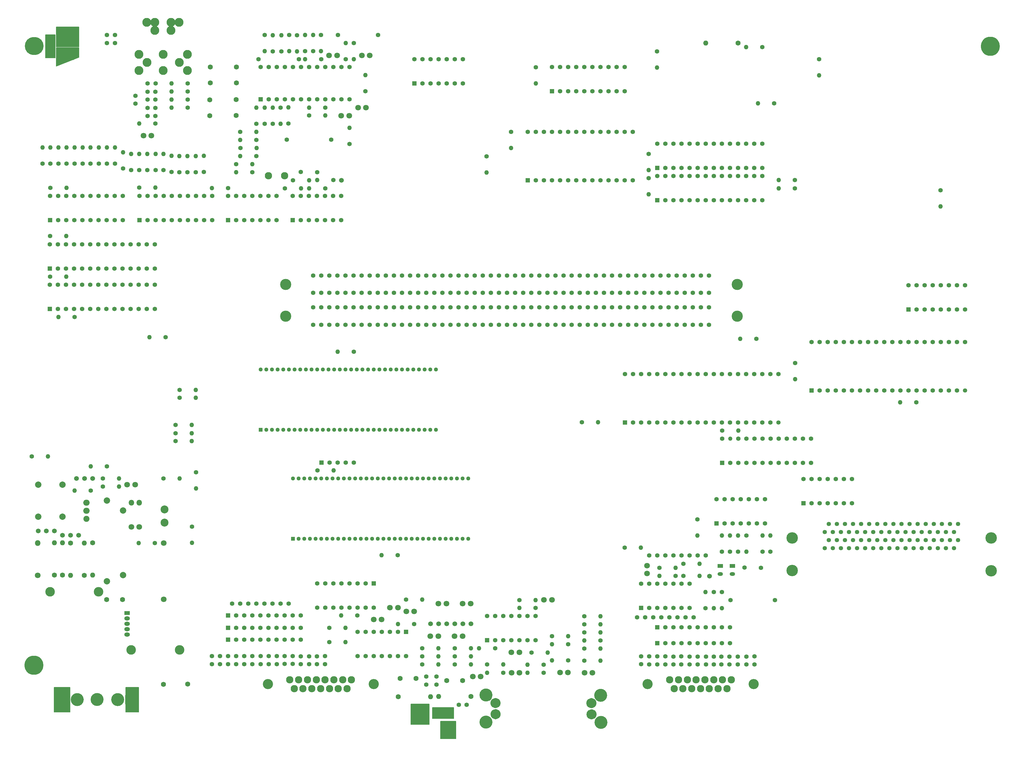
<source format=gbs>
G04 #@! TF.GenerationSoftware,KiCad,Pcbnew,8.0.5*
G04 #@! TF.CreationDate,2025-05-06T19:50:55+10:00*
G04 #@! TF.ProjectId,NeoGeoAES3_5,4e656f47-656f-4414-9553-335f352e6b69,BF1.4*
G04 #@! TF.SameCoordinates,Original*
G04 #@! TF.FileFunction,Soldermask,Bot*
G04 #@! TF.FilePolarity,Negative*
%FSLAX46Y46*%
G04 Gerber Fmt 4.6, Leading zero omitted, Abs format (unit mm)*
G04 Created by KiCad (PCBNEW 8.0.5) date 2025-05-06 19:50:55*
%MOMM*%
%LPD*%
G01*
G04 APERTURE LIST*
%ADD10C,0.200000*%
%ADD11C,0.150000*%
%ADD12C,2.056200*%
%ADD13C,1.599000*%
%ADD14C,2.058437*%
%ADD15C,1.400000*%
%ADD16O,1.400000X1.400000*%
%ADD17R,1.400000X1.400000*%
%ADD18C,3.000000*%
%ADD19C,1.600000*%
%ADD20O,1.600000X1.600000*%
%ADD21C,1.500000*%
%ADD22C,1.800000*%
%ADD23C,1.350000*%
%ADD24C,2.000000*%
%ADD25R,1.875396X2.889996*%
%ADD26O,5.900000X5.600000*%
%ADD27C,3.600000*%
%ADD28C,1.348000*%
%ADD29C,3.200000*%
%ADD30C,2.300000*%
%ADD31O,1.800000X1.800000*%
%ADD32O,6.000000X6.000000*%
%ADD33C,3.500000*%
%ADD34R,4.820000X1.840000*%
%ADD35R,4.000000X1.800000*%
%ADD36R,1.800000X4.000000*%
%ADD37C,1.905000*%
%ADD38O,2.000000X1.905000*%
%ADD39C,2.500000*%
%ADD40O,2.000000X2.400000*%
%ADD41O,2.400000X2.000000*%
%ADD42R,1.700000X1.200000*%
%ADD43O,1.700000X1.200000*%
%ADD44R,1.300000X1.300000*%
%ADD45O,1.300000X1.300000*%
%ADD46C,1.320000*%
%ADD47R,1.800000X1.275000*%
%ADD48O,1.800000X1.275000*%
%ADD49C,2.800000*%
G04 APERTURE END LIST*
D10*
X55295800Y-47472600D02*
X48158400Y-50292000D01*
X48158400Y-44500800D01*
X55295800Y-44500800D01*
X55295800Y-47472600D01*
G36*
X55295800Y-47472600D02*
G01*
X48158400Y-50292000D01*
X48158400Y-44500800D01*
X55295800Y-44500800D01*
X55295800Y-47472600D01*
G37*
D11*
X47523400Y-245693800D02*
X52451000Y-245693800D01*
X52451000Y-253542800D01*
X47523400Y-253542800D01*
X47523400Y-245693800D01*
G36*
X47523400Y-245693800D02*
G01*
X52451000Y-245693800D01*
X52451000Y-253542800D01*
X47523400Y-253542800D01*
X47523400Y-245693800D01*
G37*
D12*
X184314500Y-256667000D02*
G75*
G02*
X182258300Y-256667000I-1028100J0D01*
G01*
X182258300Y-256667000D02*
G75*
G02*
X184314500Y-256667000I1028100J0D01*
G01*
D11*
X70053200Y-245693800D02*
X74066400Y-245693800D01*
X74066400Y-253542800D01*
X70053200Y-253542800D01*
X70053200Y-245693800D01*
G36*
X70053200Y-245693800D02*
G01*
X74066400Y-245693800D01*
X74066400Y-253542800D01*
X70053200Y-253542800D01*
X70053200Y-245693800D01*
G37*
D12*
X184314500Y-248132600D02*
G75*
G02*
X182258300Y-248132600I-1028100J0D01*
G01*
X182258300Y-248132600D02*
G75*
G02*
X184314500Y-248132600I1028100J0D01*
G01*
D13*
X187083100Y-250672600D02*
G75*
G02*
X185484100Y-250672600I-799500J0D01*
G01*
X185484100Y-250672600D02*
G75*
G02*
X187083100Y-250672600I799500J0D01*
G01*
X217232900Y-250698000D02*
G75*
G02*
X215633900Y-250698000I-799500J0D01*
G01*
X215633900Y-250698000D02*
G75*
G02*
X217232900Y-250698000I799500J0D01*
G01*
D12*
X220478100Y-256760000D02*
G75*
G02*
X218421900Y-256760000I-1028100J0D01*
G01*
X218421900Y-256760000D02*
G75*
G02*
X220478100Y-256760000I1028100J0D01*
G01*
D14*
X62037381Y-249555000D02*
G75*
G02*
X59978945Y-249555000I-1029218J0D01*
G01*
X59978945Y-249555000D02*
G75*
G02*
X62037381Y-249555000I1029218J0D01*
G01*
D12*
X220382500Y-248234200D02*
G75*
G02*
X218326300Y-248234200I-1028100J0D01*
G01*
X218326300Y-248234200D02*
G75*
G02*
X220382500Y-248234200I1028100J0D01*
G01*
D11*
X159664400Y-250977400D02*
X165455600Y-250977400D01*
X165455600Y-257403600D01*
X159664400Y-257403600D01*
X159664400Y-250977400D01*
G36*
X159664400Y-250977400D02*
G01*
X165455600Y-250977400D01*
X165455600Y-257403600D01*
X159664400Y-257403600D01*
X159664400Y-250977400D01*
G37*
D14*
X68514381Y-249580400D02*
G75*
G02*
X66455945Y-249580400I-1029218J0D01*
G01*
X66455945Y-249580400D02*
G75*
G02*
X68514381Y-249580400I1029218J0D01*
G01*
X55788981Y-249580400D02*
G75*
G02*
X53730545Y-249580400I-1029218J0D01*
G01*
X53730545Y-249580400D02*
G75*
G02*
X55788981Y-249580400I1029218J0D01*
G01*
D13*
X187108500Y-254177800D02*
G75*
G02*
X185509500Y-254177800I-799500J0D01*
G01*
X185509500Y-254177800D02*
G75*
G02*
X187108500Y-254177800I799500J0D01*
G01*
D10*
X168960800Y-256362200D02*
X173812200Y-256362200D01*
X173812200Y-261874000D01*
X168960800Y-261874000D01*
X168960800Y-256362200D01*
G36*
X168960800Y-256362200D02*
G01*
X173812200Y-256362200D01*
X173812200Y-261874000D01*
X168960800Y-261874000D01*
X168960800Y-256362200D01*
G37*
D13*
X217283700Y-254228600D02*
G75*
G02*
X215684700Y-254228600I-799500J0D01*
G01*
X215684700Y-254228600D02*
G75*
G02*
X217283700Y-254228600I799500J0D01*
G01*
D10*
X48158400Y-37922200D02*
X55270400Y-37922200D01*
X55270400Y-44221400D01*
X48158400Y-44221400D01*
X48158400Y-37922200D01*
G36*
X48158400Y-37922200D02*
G01*
X55270400Y-37922200D01*
X55270400Y-44221400D01*
X48158400Y-44221400D01*
X48158400Y-37922200D01*
G37*
X44805600Y-40411400D02*
X47853600Y-40411400D01*
X47853600Y-47675800D01*
X44805600Y-47675800D01*
X44805600Y-40411400D01*
G36*
X44805600Y-40411400D02*
G01*
X47853600Y-40411400D01*
X47853600Y-47675800D01*
X44805600Y-47675800D01*
X44805600Y-40411400D01*
G37*
X166420800Y-252044200D02*
X173151800Y-252044200D01*
X173151800Y-255574800D01*
X166420800Y-255574800D01*
X166420800Y-252044200D01*
G36*
X166420800Y-252044200D02*
G01*
X173151800Y-252044200D01*
X173151800Y-255574800D01*
X166420800Y-255574800D01*
X166420800Y-252044200D01*
G37*
D15*
G04 #@! TO.C,R56*
X139200000Y-48127500D03*
D16*
X139200000Y-43047500D03*
G04 #@! TD*
D15*
G04 #@! TO.C,R55*
X131447500Y-48140000D03*
D16*
X126367500Y-48140000D03*
G04 #@! TD*
D15*
G04 #@! TO.C,R302*
X198887500Y-220780000D03*
D16*
X193807500Y-220780000D03*
G04 #@! TD*
D15*
G04 #@! TO.C,R13*
X64130000Y-80970000D03*
D16*
X64130000Y-75890000D03*
G04 #@! TD*
D15*
G04 #@! TO.C,C124*
X92137500Y-178090000D03*
D16*
X92137500Y-183170000D03*
G04 #@! TD*
D17*
G04 #@! TO.C,CR2*
X237190000Y-231850000D03*
D15*
X239730000Y-231850000D03*
X242270000Y-231850000D03*
X244810000Y-231850000D03*
X247350000Y-231850000D03*
X249890000Y-231850000D03*
X252430000Y-231850000D03*
X254970000Y-231850000D03*
X257510000Y-231850000D03*
X260050000Y-231850000D03*
G04 #@! TD*
G04 #@! TO.C,R32*
X158122500Y-218140000D03*
D16*
X163202500Y-218140000D03*
G04 #@! TD*
D15*
G04 #@! TO.C,R45*
X197652500Y-234770000D03*
D16*
X202732500Y-234770000D03*
G04 #@! TD*
D17*
G04 #@! TO.C,U19*
X237140000Y-82280000D03*
D15*
X239680000Y-82280000D03*
X242220000Y-82280000D03*
X244760000Y-82280000D03*
X247300000Y-82280000D03*
X249840000Y-82280000D03*
X252380000Y-82280000D03*
X254920000Y-82280000D03*
X257460000Y-82280000D03*
X260000000Y-82280000D03*
X262540000Y-82280000D03*
X265080000Y-82280000D03*
X267620000Y-82280000D03*
X270160000Y-82280000D03*
X270160000Y-74660000D03*
X267620000Y-74660000D03*
X265080000Y-74660000D03*
X262540000Y-74660000D03*
X260000000Y-74660000D03*
X257460000Y-74660000D03*
X254920000Y-74660000D03*
X252380000Y-74660000D03*
X249840000Y-74660000D03*
X247300000Y-74660000D03*
X244760000Y-74660000D03*
X242220000Y-74660000D03*
X239680000Y-74660000D03*
X237140000Y-74660000D03*
G04 #@! TD*
G04 #@! TO.C,BF27*
X267742500Y-238515000D03*
X267742500Y-236015000D03*
G04 #@! TD*
G04 #@! TO.C,R30*
X268317500Y-136050000D03*
D16*
X263237500Y-136050000D03*
G04 #@! TD*
D15*
G04 #@! TO.C,R53*
X141690000Y-43050000D03*
D16*
X141690000Y-48130000D03*
G04 #@! TD*
D18*
G04 #@! TO.C,D1*
X61510000Y-215620000D03*
X46270000Y-215620000D03*
G04 #@! TD*
D19*
G04 #@! TO.C,R79*
X52650000Y-200310000D03*
D20*
X52650000Y-210470000D03*
G04 #@! TD*
D15*
G04 #@! TO.C,R402*
X163260000Y-235980000D03*
D16*
X168340000Y-235980000D03*
G04 #@! TD*
D21*
G04 #@! TO.C,Q11*
X50130000Y-197850000D03*
X52670000Y-197850000D03*
X55210000Y-197850000D03*
G04 #@! TD*
D15*
G04 #@! TO.C,R401*
X163260000Y-238540000D03*
D16*
X168340000Y-238540000D03*
G04 #@! TD*
D17*
G04 #@! TO.C,U9*
X74305000Y-98750000D03*
D15*
X76845000Y-98750000D03*
X79385000Y-98750000D03*
X81925000Y-98750000D03*
X84465000Y-98750000D03*
X87005000Y-98750000D03*
X89545000Y-98750000D03*
X92085000Y-98750000D03*
X94625000Y-98750000D03*
X97165000Y-98750000D03*
X97165000Y-91130000D03*
X94625000Y-91130000D03*
X92085000Y-91130000D03*
X89545000Y-91130000D03*
X87005000Y-91130000D03*
X84465000Y-91130000D03*
X81925000Y-91130000D03*
X79385000Y-91130000D03*
X76845000Y-91130000D03*
X74305000Y-91130000D03*
G04 #@! TD*
G04 #@! TO.C,C44*
X59029600Y-183788300D03*
D16*
X53949600Y-183788300D03*
G04 #@! TD*
D21*
G04 #@! TO.C,U14*
X54490000Y-179980000D03*
X59570000Y-179980000D03*
X57030000Y-179980000D03*
G04 #@! TD*
D22*
G04 #@! TO.C,C2*
X153080000Y-220660000D03*
X155580000Y-220660000D03*
G04 #@! TD*
D15*
G04 #@! TO.C,BF53*
X79350000Y-60770000D03*
X76850000Y-60770000D03*
G04 #@! TD*
D17*
G04 #@! TO.C,U36*
X285655000Y-152295000D03*
D15*
X288195000Y-152295000D03*
X290735000Y-152295000D03*
X293275000Y-152295000D03*
X295815000Y-152295000D03*
X298355000Y-152295000D03*
X300895000Y-152295000D03*
X303435000Y-152295000D03*
X305975000Y-152295000D03*
X308515000Y-152295000D03*
X311055000Y-152295000D03*
X313595000Y-152295000D03*
X316135000Y-152295000D03*
X318675000Y-152295000D03*
X321215000Y-152295000D03*
X323755000Y-152295000D03*
X326295000Y-152295000D03*
X328835000Y-152295000D03*
X331375000Y-152295000D03*
D23*
X333915000Y-152295000D03*
D15*
X333915000Y-137055000D03*
X331375000Y-137055000D03*
X328835000Y-137055000D03*
X326295000Y-137055000D03*
X323755000Y-137055000D03*
X321215000Y-137055000D03*
X318675000Y-137055000D03*
X316135000Y-137055000D03*
X313595000Y-137055000D03*
X311055000Y-137055000D03*
X308515000Y-137055000D03*
X305975000Y-137055000D03*
X303435000Y-137055000D03*
X300895000Y-137055000D03*
X298355000Y-137055000D03*
X295815000Y-137055000D03*
X293275000Y-137055000D03*
X290735000Y-137055000D03*
X288195000Y-137055000D03*
X285655000Y-137055000D03*
G04 #@! TD*
G04 #@! TO.C,R12*
X76820000Y-83020000D03*
D16*
X76820000Y-77940000D03*
G04 #@! TD*
D15*
G04 #@! TO.C,R42*
X209110000Y-232190000D03*
D16*
X204030000Y-232190000D03*
G04 #@! TD*
D15*
G04 #@! TO.C,R14*
X61530000Y-80970000D03*
D16*
X61530000Y-75890000D03*
G04 #@! TD*
D15*
G04 #@! TO.C,R49*
X188750000Y-241120000D03*
D16*
X183670000Y-241120000D03*
G04 #@! TD*
D15*
G04 #@! TO.C,R20*
X66630000Y-80970000D03*
D16*
X66630000Y-75890000D03*
G04 #@! TD*
D22*
G04 #@! TO.C,C113*
X147990000Y-224410000D03*
X150490000Y-224410000D03*
G04 #@! TD*
D15*
G04 #@! TO.C,R36*
X214230000Y-223400000D03*
D16*
X219310000Y-223400000D03*
G04 #@! TD*
D17*
G04 #@! TO.C,U38*
X283090000Y-187790000D03*
D15*
X285630000Y-187790000D03*
X288170000Y-187790000D03*
X290710000Y-187790000D03*
X293250000Y-187790000D03*
X295790000Y-187790000D03*
X298330000Y-187790000D03*
X298330000Y-180170000D03*
X295790000Y-180170000D03*
X293250000Y-180170000D03*
X290710000Y-180170000D03*
X288170000Y-180170000D03*
X285630000Y-180170000D03*
X283090000Y-180170000D03*
G04 #@! TD*
G04 #@! TO.C,BF23*
X104707500Y-235925000D03*
X104707500Y-238425000D03*
G04 #@! TD*
G04 #@! TO.C,C65*
X132740400Y-88747600D03*
D16*
X127660400Y-88747600D03*
G04 #@! TD*
D15*
G04 #@! TO.C,R46*
X201430000Y-241120000D03*
D16*
X196350000Y-241120000D03*
G04 #@! TD*
D17*
G04 #@! TO.C,U24*
X227020000Y-162400000D03*
D15*
X229560000Y-162400000D03*
X232100000Y-162400000D03*
X234640000Y-162400000D03*
X237180000Y-162400000D03*
X239720000Y-162400000D03*
X242260000Y-162400000D03*
X244800000Y-162400000D03*
X247340000Y-162400000D03*
X249880000Y-162400000D03*
X252420000Y-162400000D03*
X254960000Y-162400000D03*
X257500000Y-162400000D03*
X260040000Y-162400000D03*
X262580000Y-162400000D03*
X265120000Y-162400000D03*
X267660000Y-162400000D03*
X270200000Y-162400000D03*
X272740000Y-162400000D03*
D23*
X275280000Y-162400000D03*
D15*
X275280000Y-147160000D03*
X272740000Y-147160000D03*
X270200000Y-147160000D03*
X267660000Y-147160000D03*
X265120000Y-147160000D03*
X262580000Y-147160000D03*
X260040000Y-147160000D03*
X257500000Y-147160000D03*
X254960000Y-147160000D03*
X252420000Y-147160000D03*
X249880000Y-147160000D03*
X247340000Y-147160000D03*
X244800000Y-147160000D03*
X242260000Y-147160000D03*
X239720000Y-147160000D03*
X237180000Y-147160000D03*
X234640000Y-147160000D03*
X232100000Y-147160000D03*
X229560000Y-147160000D03*
X227020000Y-147160000D03*
G04 #@! TD*
D21*
G04 #@! TO.C,Q102*
X173520000Y-225732500D03*
X176060000Y-225732500D03*
X178600000Y-225732500D03*
G04 #@! TD*
D17*
G04 #@! TO.C,U7*
X46150000Y-114010000D03*
D15*
X48690000Y-114010000D03*
X51230000Y-114010000D03*
X53770000Y-114010000D03*
X56310000Y-114010000D03*
X58850000Y-114010000D03*
X61390000Y-114010000D03*
X63930000Y-114010000D03*
X66470000Y-114010000D03*
X69010000Y-114010000D03*
X71550000Y-114010000D03*
X74090000Y-114010000D03*
X76630000Y-114010000D03*
X79170000Y-114010000D03*
X79170000Y-106390000D03*
X76630000Y-106390000D03*
X74090000Y-106390000D03*
X71550000Y-106390000D03*
X69010000Y-106390000D03*
X66470000Y-106390000D03*
X63930000Y-106390000D03*
X61390000Y-106390000D03*
X58850000Y-106390000D03*
X56310000Y-106390000D03*
X53770000Y-106390000D03*
X51230000Y-106390000D03*
X48690000Y-106390000D03*
X46150000Y-106390000D03*
G04 #@! TD*
D17*
G04 #@! TO.C,U15*
X204060000Y-58160000D03*
D15*
X206600000Y-58160000D03*
X209140000Y-58160000D03*
X211680000Y-58160000D03*
X214220000Y-58160000D03*
X216760000Y-58160000D03*
X219300000Y-58160000D03*
X221840000Y-58160000D03*
X224380000Y-58160000D03*
X226920000Y-58160000D03*
X226920000Y-50540000D03*
X224380000Y-50540000D03*
X221840000Y-50540000D03*
X219300000Y-50540000D03*
X216760000Y-50540000D03*
X214220000Y-50540000D03*
X211680000Y-50540000D03*
X209140000Y-50540000D03*
X206600000Y-50540000D03*
X204060000Y-50540000D03*
G04 #@! TD*
G04 #@! TO.C,BF31*
X64090000Y-43010000D03*
X64090000Y-40510000D03*
G04 #@! TD*
D24*
G04 #@! TO.C,SW2*
X53750000Y-249650000D03*
X61000000Y-249650000D03*
X68260000Y-249640000D03*
D25*
X51420000Y-249650000D03*
X70820000Y-249640000D03*
G04 #@! TD*
D15*
G04 #@! TO.C,BF11*
X114950000Y-235900000D03*
X114950000Y-238400000D03*
G04 #@! TD*
G04 #@! TO.C,C50*
X262572500Y-203030000D03*
D16*
X262572500Y-197950000D03*
G04 #@! TD*
D26*
G04 #@! TO.C,H16*
X41198800Y-43967400D03*
G04 #@! TD*
D22*
G04 #@! TO.C,C8*
X173420000Y-229650000D03*
X175920000Y-229650000D03*
G04 #@! TD*
D15*
G04 #@! TO.C,R74*
X242900200Y-210642200D03*
D16*
X237820200Y-210642200D03*
G04 #@! TD*
D27*
G04 #@! TO.C,CN6*
X279600000Y-209010000D03*
X279610000Y-198750000D03*
X342130000Y-198760000D03*
X342130000Y-209030000D03*
D28*
X289820000Y-196880000D03*
X291090000Y-194340000D03*
X292360000Y-196880000D03*
X293630000Y-194340000D03*
X294900000Y-196880000D03*
X296170000Y-194340000D03*
X297440000Y-196880000D03*
X298710000Y-194340000D03*
X299980000Y-196880000D03*
X301250000Y-194340000D03*
X302520000Y-196880000D03*
X303790000Y-194340000D03*
X305060000Y-196880000D03*
X306330000Y-194340000D03*
X307600000Y-196880000D03*
X308870000Y-194340000D03*
X310140000Y-196880000D03*
X311410000Y-194340000D03*
X312680000Y-196880000D03*
X313950000Y-194340000D03*
X315220000Y-196880000D03*
X316490000Y-194340000D03*
X317760000Y-196880000D03*
X319030000Y-194340000D03*
X320300000Y-196880000D03*
X321570000Y-194340000D03*
X322840000Y-196880000D03*
X324110000Y-194340000D03*
X325380000Y-196880000D03*
X326650000Y-194340000D03*
X327920000Y-196880000D03*
X329190000Y-194340000D03*
X330460000Y-196880000D03*
X331730000Y-194340000D03*
X289820000Y-201960000D03*
X291090000Y-199420000D03*
X292360000Y-201960000D03*
X293630000Y-199420000D03*
X294900000Y-201960000D03*
X296170000Y-199420000D03*
X297440000Y-201960000D03*
X298710000Y-199420000D03*
X299980000Y-201960000D03*
X301250000Y-199420000D03*
X302520000Y-201960000D03*
X303790000Y-199420000D03*
X305060000Y-201960000D03*
X306330000Y-199420000D03*
X307600000Y-201960000D03*
X308870000Y-199420000D03*
X310140000Y-201960000D03*
X311410000Y-199420000D03*
X312680000Y-201960000D03*
X313950000Y-199420000D03*
X315220000Y-201960000D03*
X316490000Y-199420000D03*
X317760000Y-201960000D03*
X319030000Y-199420000D03*
X320300000Y-201960000D03*
X321570000Y-199420000D03*
X322840000Y-201960000D03*
X324110000Y-199420000D03*
X325380000Y-201960000D03*
X326650000Y-199420000D03*
X327920000Y-201960000D03*
X329190000Y-199420000D03*
X330460000Y-201960000D03*
X331730000Y-199420000D03*
G04 #@! TD*
D17*
G04 #@! TO.C,U12*
X232080000Y-220730000D03*
D15*
X234620000Y-220730000D03*
X237160000Y-220730000D03*
X239700000Y-220730000D03*
X242240000Y-220730000D03*
X244780000Y-220730000D03*
X247320000Y-220730000D03*
X247320000Y-213110000D03*
X244780000Y-213110000D03*
X242240000Y-213110000D03*
X239700000Y-213110000D03*
X237160000Y-213110000D03*
X234620000Y-213110000D03*
X232080000Y-213110000D03*
G04 #@! TD*
G04 #@! TO.C,C116*
X237100000Y-45620000D03*
D16*
X237100000Y-50700000D03*
G04 #@! TD*
D15*
G04 #@! TO.C,C58*
X86950000Y-154652500D03*
D16*
X92030000Y-154652500D03*
G04 #@! TD*
D17*
G04 #@! TO.C,CR4*
X102200000Y-227000000D03*
D15*
X104740000Y-227000000D03*
X107280000Y-227000000D03*
X109820000Y-227000000D03*
X112360000Y-227000000D03*
X114900000Y-227000000D03*
X117440000Y-227000000D03*
X119980000Y-227000000D03*
X122520000Y-227000000D03*
X125060000Y-227000000D03*
G04 #@! TD*
D17*
G04 #@! TO.C,U29*
X183610000Y-230860000D03*
D15*
X186150000Y-230860000D03*
X188690000Y-230860000D03*
X191230000Y-230860000D03*
X193770000Y-230860000D03*
X196310000Y-230860000D03*
X198850000Y-230860000D03*
X198850000Y-223240000D03*
X196310000Y-223240000D03*
X193770000Y-223240000D03*
X191230000Y-223240000D03*
X188690000Y-223240000D03*
X186150000Y-223240000D03*
X183610000Y-223240000D03*
G04 #@! TD*
G04 #@! TO.C,BF29*
X97130000Y-238410000D03*
X97130000Y-235910000D03*
G04 #@! TD*
D19*
G04 #@! TO.C,C37*
X104800000Y-50545000D03*
X104800000Y-55545000D03*
G04 #@! TD*
D15*
G04 #@! TO.C,R301*
X160660000Y-225830000D03*
D16*
X155580000Y-225830000D03*
G04 #@! TD*
D15*
G04 #@! TO.C,BF4*
X112397500Y-235905000D03*
X112397500Y-238405000D03*
G04 #@! TD*
D22*
G04 #@! TO.C,C301*
X158210000Y-221855000D03*
X160710000Y-221855000D03*
G04 #@! TD*
D15*
G04 #@! TO.C,U39*
X234594400Y-204260000D03*
X237134400Y-204260000D03*
X239674400Y-204260000D03*
X242214400Y-204260000D03*
X244754400Y-204260000D03*
X247294400Y-204260000D03*
X249834400Y-204260000D03*
X252374400Y-204260000D03*
G04 #@! TD*
G04 #@! TO.C,C31*
X131410000Y-40520000D03*
D16*
X131410000Y-45600000D03*
G04 #@! TD*
D15*
G04 #@! TO.C,BF18*
X254900000Y-236060000D03*
X254900000Y-238560000D03*
G04 #@! TD*
D17*
G04 #@! TO.C,U16*
X196440000Y-86210000D03*
D15*
X198980000Y-86210000D03*
X201520000Y-86210000D03*
X204060000Y-86210000D03*
X206600000Y-86210000D03*
X209140000Y-86210000D03*
X211680000Y-86210000D03*
X214220000Y-86210000D03*
X216760000Y-86210000D03*
X219300000Y-86210000D03*
X221840000Y-86210000D03*
X224380000Y-86210000D03*
X226920000Y-86210000D03*
X229460000Y-86210000D03*
X229460000Y-70970000D03*
X226920000Y-70970000D03*
X224380000Y-70970000D03*
X221840000Y-70970000D03*
X219300000Y-70970000D03*
X216760000Y-70970000D03*
X214220000Y-70970000D03*
X211680000Y-70970000D03*
X209140000Y-70970000D03*
X206600000Y-70970000D03*
X204060000Y-70970000D03*
X201520000Y-70970000D03*
X198980000Y-70970000D03*
X196440000Y-70970000D03*
G04 #@! TD*
D19*
G04 #@! TO.C,R80*
X50120000Y-210440000D03*
D20*
X50120000Y-200280000D03*
G04 #@! TD*
D15*
G04 #@! TO.C,R75*
X140390000Y-74737500D03*
D16*
X140390000Y-69657500D03*
G04 #@! TD*
D15*
G04 #@! TO.C,C106*
X46200000Y-103762500D03*
D16*
X51280000Y-103762500D03*
G04 #@! TD*
D22*
G04 #@! TO.C,C11*
X179140000Y-242340000D03*
X181640000Y-242340000D03*
G04 #@! TD*
D17*
G04 #@! TO.C,U32*
X112430000Y-60710000D03*
D15*
X114970000Y-60710000D03*
X117510000Y-60710000D03*
X120050000Y-60710000D03*
X122590000Y-60710000D03*
X125130000Y-60710000D03*
X127670000Y-60710000D03*
X130210000Y-60710000D03*
X132750000Y-60710000D03*
X135290000Y-60710000D03*
X137830000Y-60710000D03*
X140370000Y-60710000D03*
X140370000Y-50550000D03*
X137830000Y-50550000D03*
X135290000Y-50550000D03*
X132750000Y-50550000D03*
X130210000Y-50550000D03*
X127670000Y-50550000D03*
X125130000Y-50550000D03*
X122590000Y-50550000D03*
X120050000Y-50550000D03*
X117510000Y-50550000D03*
X114970000Y-50550000D03*
X112430000Y-50550000D03*
G04 #@! TD*
G04 #@! TO.C,BF302*
X167750000Y-242341400D03*
X167750000Y-244841400D03*
G04 #@! TD*
G04 #@! TO.C,C102*
X191207500Y-70990000D03*
D16*
X191207500Y-76070000D03*
G04 #@! TD*
D29*
G04 #@! TO.C,CN2*
X234130000Y-244712000D03*
X267430000Y-244712000D03*
D30*
X260450000Y-243332000D03*
X257680000Y-243332000D03*
X254910000Y-243332000D03*
X252140000Y-243332000D03*
X249370000Y-243332000D03*
X246600000Y-243332000D03*
X243830000Y-243332000D03*
X241060000Y-243332000D03*
X259065000Y-246172000D03*
X256295000Y-246172000D03*
X253525000Y-246172000D03*
X250755000Y-246172000D03*
X247985000Y-246172000D03*
X245215000Y-246172000D03*
X242445000Y-246172000D03*
G04 #@! TD*
D15*
G04 #@! TO.C,BF24*
X239667500Y-236015000D03*
X239667500Y-238515000D03*
G04 #@! TD*
G04 #@! TO.C,R5*
X69150000Y-82437500D03*
D16*
X69150000Y-77357500D03*
G04 #@! TD*
D15*
G04 #@! TO.C,BF21*
X99647500Y-235925000D03*
X99647500Y-238425000D03*
G04 #@! TD*
D22*
G04 #@! TO.C,D11*
X71755000Y-195224400D03*
D31*
X71755000Y-187604400D03*
G04 #@! TD*
D15*
G04 #@! TO.C,R21*
X92000000Y-83627500D03*
D16*
X92000000Y-78547500D03*
G04 #@! TD*
D24*
G04 #@! TO.C,R83*
X69180000Y-190110000D03*
X69210000Y-210440000D03*
G04 #@! TD*
D32*
G04 #@! TO.C,H17*
X341853800Y-44018200D03*
G04 #@! TD*
D15*
G04 #@! TO.C,C104*
X64080000Y-176207500D03*
D16*
X59000000Y-176207500D03*
G04 #@! TD*
D15*
G04 #@! TO.C,R62*
X89527500Y-63380000D03*
D16*
X84447500Y-63380000D03*
G04 #@! TD*
D22*
G04 #@! TO.C,C7*
X165780000Y-229650000D03*
X168280000Y-229650000D03*
G04 #@! TD*
D15*
G04 #@! TO.C,R68*
X245351300Y-210667600D03*
D16*
X250431300Y-210667600D03*
G04 #@! TD*
D15*
G04 #@! TO.C,C114*
X155560000Y-204137500D03*
D16*
X150480000Y-204137500D03*
G04 #@! TD*
D22*
G04 #@! TO.C,C25*
X206580000Y-241070000D03*
X209080000Y-241070000D03*
G04 #@! TD*
D15*
G04 #@! TO.C,BF8*
X130110000Y-235960000D03*
X130110000Y-238460000D03*
G04 #@! TD*
D19*
G04 #@! TO.C,R81*
X59600000Y-200240000D03*
D20*
X59600000Y-210400000D03*
G04 #@! TD*
D15*
G04 #@! TO.C,PAL1*
X273880000Y-61960000D03*
D16*
X268800000Y-61960000D03*
G04 #@! TD*
D15*
G04 #@! TO.C,C22*
X214190000Y-237332500D03*
D16*
X219270000Y-237332500D03*
G04 #@! TD*
D15*
G04 #@! TO.C,C64*
X257452500Y-203022200D03*
D16*
X257452500Y-197942200D03*
G04 #@! TD*
D15*
G04 #@! TO.C,C53*
X270230000Y-203070000D03*
D16*
X270230000Y-197990000D03*
G04 #@! TD*
D15*
G04 #@! TO.C,R71*
X245351300Y-206883000D03*
D16*
X250431300Y-206883000D03*
G04 #@! TD*
D22*
G04 #@! TO.C,C6*
X175960000Y-219390000D03*
X178460000Y-219390000D03*
G04 #@! TD*
D15*
G04 #@! TO.C,R9*
X86910000Y-83627500D03*
D16*
X86910000Y-78547500D03*
G04 #@! TD*
D15*
G04 #@! TO.C,BF2*
X262497500Y-236045000D03*
X262497500Y-238545000D03*
G04 #@! TD*
G04 #@! TO.C,C201*
X249767500Y-192890000D03*
D16*
X249767500Y-197970000D03*
G04 #@! TD*
D22*
G04 #@! TO.C,C35*
X137790000Y-65880000D03*
X140290000Y-65880000D03*
G04 #@! TD*
D17*
G04 #@! TO.C,U11*
X102225000Y-98750000D03*
D15*
X104765000Y-98750000D03*
X107305000Y-98750000D03*
X109845000Y-98750000D03*
X112385000Y-98750000D03*
X114925000Y-98750000D03*
X117465000Y-98750000D03*
X117465000Y-91130000D03*
X114925000Y-91130000D03*
X112385000Y-91130000D03*
X109845000Y-91130000D03*
X107305000Y-91130000D03*
X104765000Y-91130000D03*
X102225000Y-91130000D03*
G04 #@! TD*
G04 #@! TO.C,R57*
X79337500Y-68380000D03*
D16*
X74257500Y-68380000D03*
G04 #@! TD*
D22*
G04 #@! TO.C,L3*
X81920000Y-218040000D03*
X81920366Y-200300000D03*
G04 #@! TD*
D15*
G04 #@! TO.C,R48*
X183667400Y-238540000D03*
D16*
X188747400Y-238540000D03*
G04 #@! TD*
D15*
G04 #@! TO.C,R3*
X53940000Y-80970000D03*
D16*
X53940000Y-75890000D03*
G04 #@! TD*
D19*
G04 #@! TO.C,C10*
X170950000Y-243590000D03*
X175950000Y-243590000D03*
G04 #@! TD*
D15*
G04 #@! TO.C,R47*
X201430000Y-238620000D03*
D16*
X196350000Y-238620000D03*
G04 #@! TD*
D15*
G04 #@! TO.C,R4*
X94600000Y-83620000D03*
D16*
X94600000Y-78540000D03*
G04 #@! TD*
D15*
G04 #@! TO.C,R58*
X106032500Y-70940000D03*
D16*
X111112500Y-70940000D03*
G04 #@! TD*
D15*
G04 #@! TO.C,R60*
X104770000Y-81130000D03*
D16*
X109850000Y-81130000D03*
G04 #@! TD*
D15*
G04 #@! TO.C,R501*
X173442500Y-238540000D03*
D16*
X178522500Y-238540000D03*
G04 #@! TD*
D22*
G04 #@! TO.C,D12*
X74218800Y-195224400D03*
D31*
X74218800Y-187604400D03*
G04 #@! TD*
D15*
G04 #@! TO.C,C111*
X257550000Y-164912500D03*
D16*
X262630000Y-164912500D03*
G04 #@! TD*
D15*
G04 #@! TO.C,C13*
X134040000Y-227002500D03*
D16*
X139120000Y-227002500D03*
G04 #@! TD*
D15*
G04 #@! TO.C,C29*
X121407500Y-40520000D03*
D16*
X121407500Y-45600000D03*
G04 #@! TD*
D33*
G04 #@! TO.C,CN5*
X120340000Y-118940000D03*
X262270000Y-118940000D03*
D15*
X128970000Y-116140000D03*
X131510000Y-116140000D03*
X134050000Y-116140000D03*
X136590000Y-116140000D03*
X139130000Y-116140000D03*
X141670000Y-116140000D03*
X144210000Y-116140000D03*
X146750000Y-116140000D03*
X149290000Y-116140000D03*
X151830000Y-116140000D03*
X154370000Y-116140000D03*
X156910000Y-116140000D03*
X159450000Y-116140000D03*
X161990000Y-116140000D03*
X164530000Y-116140000D03*
X167070000Y-116140000D03*
X169610000Y-116140000D03*
X172150000Y-116140000D03*
X174690000Y-116140000D03*
X177230000Y-116140000D03*
X179770000Y-116140000D03*
X182310000Y-116140000D03*
X184850000Y-116140000D03*
X187390000Y-116140000D03*
X189930000Y-116140000D03*
X192470000Y-116140000D03*
X195010000Y-116140000D03*
X197550000Y-116140000D03*
X200090000Y-116140000D03*
X202630000Y-116140000D03*
X205170000Y-116140000D03*
X207710000Y-116140000D03*
X210250000Y-116140000D03*
X212790000Y-116140000D03*
X215330000Y-116140000D03*
X217870000Y-116140000D03*
X220410000Y-116140000D03*
X222950000Y-116140000D03*
X225490000Y-116140000D03*
X228030000Y-116140000D03*
X230570000Y-116140000D03*
X233110000Y-116140000D03*
X235650000Y-116140000D03*
X238190000Y-116140000D03*
X240730000Y-116140000D03*
X243270000Y-116140000D03*
X245810000Y-116140000D03*
X248350000Y-116140000D03*
X250890000Y-116140000D03*
X253430000Y-116140000D03*
X128970000Y-121600000D03*
X131510000Y-121600000D03*
X134050000Y-121600000D03*
X136590000Y-121600000D03*
X139130000Y-121600000D03*
X141670000Y-121600000D03*
X144210000Y-121600000D03*
X146750000Y-121600000D03*
X149290000Y-121600000D03*
X151830000Y-121600000D03*
X154370000Y-121600000D03*
X156910000Y-121600000D03*
X159450000Y-121600000D03*
X161990000Y-121600000D03*
X164530000Y-121600000D03*
X167070000Y-121600000D03*
X169610000Y-121600000D03*
X172150000Y-121600000D03*
X174690000Y-121600000D03*
X177230000Y-121600000D03*
X179770000Y-121600000D03*
X182310000Y-121600000D03*
X184850000Y-121600000D03*
X187390000Y-121600000D03*
X189930000Y-121600000D03*
X192470000Y-121600000D03*
X195010000Y-121600000D03*
X197550000Y-121600000D03*
X200090000Y-121600000D03*
X202630000Y-121600000D03*
X205170000Y-121600000D03*
X207710000Y-121600000D03*
X210250000Y-121600000D03*
X212790000Y-121600000D03*
X215330000Y-121600000D03*
X217870000Y-121600000D03*
X220410000Y-121600000D03*
X222950000Y-121600000D03*
X225490000Y-121600000D03*
X228030000Y-121600000D03*
X230570000Y-121600000D03*
X233110000Y-121600000D03*
X235650000Y-121600000D03*
X238190000Y-121600000D03*
X240730000Y-121600000D03*
X243270000Y-121600000D03*
X245810000Y-121600000D03*
X248350000Y-121600000D03*
X250890000Y-121600000D03*
X253430000Y-121600000D03*
G04 #@! TD*
G04 #@! TO.C,BF303*
X174740000Y-251190000D03*
X177240000Y-251190000D03*
G04 #@! TD*
D30*
G04 #@! TO.C,TC1*
X120005000Y-84800000D03*
X114925000Y-84800000D03*
G04 #@! TD*
D22*
G04 #@! TO.C,C34*
X75590000Y-72150000D03*
X78090000Y-72150000D03*
G04 #@! TD*
D15*
G04 #@! TO.C,C59*
X86940000Y-152140000D03*
D16*
X92020000Y-152140000D03*
G04 #@! TD*
D15*
G04 #@! TO.C,BF19*
X249887500Y-236045000D03*
X249887500Y-238545000D03*
G04 #@! TD*
G04 #@! TO.C,L1*
X124425000Y-48116060D03*
X111795000Y-48116060D03*
G04 #@! TD*
G04 #@! TO.C,C118*
X74260000Y-88532500D03*
D16*
X79340000Y-88532500D03*
G04 #@! TD*
D15*
G04 #@! TO.C,L2*
X136715000Y-40512883D03*
X149345000Y-40512883D03*
G04 #@! TD*
D17*
G04 #@! TO.C,U33*
X160760000Y-55700000D03*
D15*
X163300000Y-55700000D03*
X165840000Y-55700000D03*
X168380000Y-55700000D03*
X170920000Y-55700000D03*
X173460000Y-55700000D03*
X176000000Y-55700000D03*
X176000000Y-48080000D03*
X173460000Y-48080000D03*
X170920000Y-48080000D03*
X168380000Y-48080000D03*
X165840000Y-48080000D03*
X163300000Y-48080000D03*
X160760000Y-48080000D03*
G04 #@! TD*
G04 #@! TO.C,X2*
X134630000Y-73430000D03*
X120640000Y-73430000D03*
X130250000Y-83630000D03*
X125090000Y-83550000D03*
G04 #@! TD*
G04 #@! TO.C,R2*
X71700000Y-83020000D03*
D16*
X71700000Y-77940000D03*
G04 #@! TD*
D22*
G04 #@! TO.C,C12*
X191320000Y-241110000D03*
X193820000Y-241110000D03*
G04 #@! TD*
D15*
G04 #@! TO.C,R38*
X214230000Y-228440000D03*
D16*
X219310000Y-228440000D03*
G04 #@! TD*
D34*
G04 #@! TO.C,J4*
X51275000Y-47430000D03*
D35*
X51295000Y-41440000D03*
D36*
X46395000Y-44580000D03*
G04 #@! TD*
D19*
G04 #@! TO.C,C47*
X81900000Y-244760000D03*
X89510000Y-244740000D03*
G04 #@! TD*
G04 #@! TO.C,C36*
X96570000Y-50595000D03*
X96570000Y-55595000D03*
G04 #@! TD*
D22*
G04 #@! TO.C,C1*
X70480000Y-181950000D03*
X72980000Y-181950000D03*
G04 #@! TD*
D24*
G04 #@! TO.C,T1*
X50090000Y-192035000D03*
X42470000Y-192035000D03*
X50120000Y-181995000D03*
X42500000Y-181995000D03*
G04 #@! TD*
D15*
G04 #@! TO.C,BF17*
X242207500Y-236025000D03*
X242207500Y-238525000D03*
G04 #@! TD*
D18*
G04 #@! TO.C,D2*
X71700000Y-233950000D03*
X86940000Y-233950000D03*
G04 #@! TD*
D37*
G04 #@! TO.C,Q13*
X57650000Y-192725000D03*
D38*
X57650000Y-190185000D03*
X57650000Y-187645000D03*
G04 #@! TD*
D15*
G04 #@! TO.C,C108*
X90867500Y-195200000D03*
D16*
X90867500Y-200280000D03*
G04 #@! TD*
D21*
G04 #@! TO.C,Q12*
X42540000Y-196530000D03*
X45080000Y-196530000D03*
X47620000Y-196530000D03*
G04 #@! TD*
D15*
G04 #@! TO.C,R19*
X56440000Y-80970000D03*
D16*
X56440000Y-75890000D03*
G04 #@! TD*
D15*
G04 #@! TO.C,R66*
X113720000Y-40522500D03*
D16*
X113720000Y-45602500D03*
G04 #@! TD*
D15*
G04 #@! TO.C,R303*
X193802000Y-218287600D03*
D16*
X198882000Y-218287600D03*
G04 #@! TD*
D21*
G04 #@! TO.C,RV1*
X216490000Y-251220000D03*
X186350000Y-251220000D03*
D39*
X218980000Y-248770000D03*
X218980000Y-256240000D03*
X183930000Y-248740000D03*
X183930000Y-256210000D03*
D21*
X186350000Y-253760000D03*
X216490000Y-253760000D03*
G04 #@! TD*
D29*
G04 #@! TO.C,CN1*
X114685200Y-244712000D03*
X147985200Y-244712000D03*
D30*
X141005200Y-243332000D03*
X138235200Y-243332000D03*
X135465200Y-243332000D03*
X132695200Y-243332000D03*
X129925200Y-243332000D03*
X127155200Y-243332000D03*
X124385200Y-243332000D03*
X121615200Y-243332000D03*
X139620200Y-246172000D03*
X136850200Y-246172000D03*
X134080200Y-246172000D03*
X131310200Y-246172000D03*
X128540200Y-246172000D03*
X125770200Y-246172000D03*
X123000200Y-246172000D03*
G04 #@! TD*
D15*
G04 #@! TO.C,R15*
X48870000Y-80970000D03*
D16*
X48870000Y-75890000D03*
G04 #@! TD*
D15*
G04 #@! TO.C,R403*
X163260000Y-233400000D03*
D16*
X168340000Y-233400000D03*
G04 #@! TD*
D22*
G04 #@! TO.C,C126*
X143067400Y-63373000D03*
X145567400Y-63373000D03*
G04 #@! TD*
D15*
G04 #@! TO.C,D5*
X270180000Y-44290000D03*
D16*
X265100000Y-44290000D03*
G04 #@! TD*
D15*
G04 #@! TO.C,C66*
X123907500Y-40530000D03*
D16*
X123907500Y-45610000D03*
G04 #@! TD*
D15*
G04 #@! TO.C,BF52*
X79355000Y-58377500D03*
X76855000Y-58377500D03*
G04 #@! TD*
D19*
G04 #@! TO.C,C39*
X104740000Y-60815000D03*
X104740000Y-65815000D03*
G04 #@! TD*
D15*
G04 #@! TO.C,C30*
X126400000Y-45600000D03*
D16*
X126400000Y-40520000D03*
G04 #@! TD*
D15*
G04 #@! TO.C,C43*
X116270000Y-45610000D03*
D16*
X116270000Y-40530000D03*
G04 #@! TD*
D15*
G04 #@! TO.C,R65*
X89477500Y-55690000D03*
D16*
X84397500Y-55690000D03*
G04 #@! TD*
D15*
G04 #@! TO.C,BF26*
X234600000Y-235980000D03*
X234600000Y-238480000D03*
G04 #@! TD*
G04 #@! TO.C,C121*
X234467400Y-85560000D03*
D16*
X234467400Y-90640000D03*
G04 #@! TD*
D15*
G04 #@! TO.C,R59*
X106052500Y-76030000D03*
D16*
X111132500Y-76030000D03*
G04 #@! TD*
D17*
G04 #@! TO.C,CR1*
X237190000Y-226820000D03*
D15*
X239730000Y-226820000D03*
X242270000Y-226820000D03*
X244810000Y-226820000D03*
X247350000Y-226820000D03*
X249890000Y-226820000D03*
X252430000Y-226820000D03*
X254970000Y-226820000D03*
X257510000Y-226820000D03*
X260050000Y-226820000D03*
G04 #@! TD*
G04 #@! TO.C,C61*
X85690000Y-168242500D03*
D16*
X90770000Y-168242500D03*
G04 #@! TD*
D15*
G04 #@! TO.C,BF20*
X244720000Y-236020000D03*
X244720000Y-238520000D03*
G04 #@! TD*
G04 #@! TO.C,C54*
X272742500Y-203070000D03*
D16*
X272742500Y-197990000D03*
G04 #@! TD*
D15*
G04 #@! TO.C,C101*
X183507500Y-78630000D03*
D16*
X183507500Y-83710000D03*
G04 #@! TD*
D17*
G04 #@! TO.C,CR3*
X102200000Y-223120000D03*
D15*
X104740000Y-223120000D03*
X107280000Y-223120000D03*
X109820000Y-223120000D03*
X112360000Y-223120000D03*
X114900000Y-223120000D03*
X117440000Y-223120000D03*
X119980000Y-223120000D03*
X122520000Y-223120000D03*
X125060000Y-223120000D03*
G04 #@! TD*
G04 #@! TO.C,BF15*
X252440000Y-236050000D03*
X252440000Y-238550000D03*
G04 #@! TD*
G04 #@! TO.C,C14*
X134040000Y-231462500D03*
D16*
X139120000Y-231462500D03*
G04 #@! TD*
D15*
G04 #@! TO.C,C26*
X111112500Y-68390000D03*
D16*
X111112500Y-63310000D03*
G04 #@! TD*
D15*
G04 #@! TO.C,NTSC1*
X118687500Y-63340000D03*
D16*
X118687500Y-68420000D03*
G04 #@! TD*
D21*
G04 #@! TO.C,TP1*
X137810000Y-86180000D03*
G04 #@! TD*
D15*
G04 #@! TO.C,BF7*
X127637500Y-235955000D03*
X127637500Y-238455000D03*
G04 #@! TD*
G04 #@! TO.C,BF1*
X257307500Y-236055000D03*
X257307500Y-238555000D03*
G04 #@! TD*
G04 #@! TO.C,C125*
X145402500Y-58210000D03*
D16*
X145402500Y-53130000D03*
G04 #@! TD*
D15*
G04 #@! TO.C,BF22*
X102167500Y-235925000D03*
X102167500Y-238425000D03*
G04 #@! TD*
G04 #@! TO.C,BF28*
X232082500Y-238475000D03*
X232082500Y-235975000D03*
G04 #@! TD*
G04 #@! TO.C,RN2*
X230790000Y-223730000D03*
X233330000Y-223730000D03*
X235870000Y-223730000D03*
X238410000Y-223730000D03*
X240950000Y-223730000D03*
X243490000Y-223730000D03*
X246030000Y-223730000D03*
X248570000Y-223730000D03*
G04 #@! TD*
G04 #@! TO.C,R5863*
X280400000Y-86117500D03*
D16*
X275320000Y-86117500D03*
G04 #@! TD*
D15*
G04 #@! TO.C,R39*
X219303600Y-230960000D03*
D16*
X214223600Y-230960000D03*
G04 #@! TD*
D15*
G04 #@! TO.C,R50*
X111117500Y-73480000D03*
D16*
X106037500Y-73480000D03*
G04 #@! TD*
D40*
G04 #@! TO.C,J3*
X162420000Y-254570000D03*
D41*
X169520000Y-254570000D03*
D40*
X170700000Y-258530000D03*
G04 #@! TD*
D17*
G04 #@! TO.C,U20*
X237110000Y-92510000D03*
D15*
X239650000Y-92510000D03*
X242190000Y-92510000D03*
X244730000Y-92510000D03*
X247270000Y-92510000D03*
X249810000Y-92510000D03*
X252350000Y-92510000D03*
X254890000Y-92510000D03*
X257430000Y-92510000D03*
X259970000Y-92510000D03*
X262510000Y-92510000D03*
X265050000Y-92510000D03*
X267590000Y-92510000D03*
X270130000Y-92510000D03*
X270130000Y-84890000D03*
X267590000Y-84890000D03*
X265050000Y-84890000D03*
X262510000Y-84890000D03*
X259970000Y-84890000D03*
X257430000Y-84890000D03*
X254890000Y-84890000D03*
X252350000Y-84890000D03*
X249810000Y-84890000D03*
X247270000Y-84890000D03*
X244730000Y-84890000D03*
X242190000Y-84890000D03*
X239650000Y-84890000D03*
X237110000Y-84890000D03*
G04 #@! TD*
G04 #@! TO.C,C48*
X237820200Y-208108300D03*
D16*
X242900200Y-208108300D03*
G04 #@! TD*
D15*
G04 #@! TO.C,R54*
X118930000Y-45607500D03*
D16*
X118930000Y-40527500D03*
G04 #@! TD*
D17*
G04 #@! TO.C,U26*
X147980000Y-213070000D03*
D15*
X145440000Y-213070000D03*
X142900000Y-213070000D03*
X140360000Y-213070000D03*
X137820000Y-213070000D03*
X135280000Y-213070000D03*
X132740000Y-213070000D03*
X130200000Y-213070000D03*
X130200000Y-220690000D03*
X132740000Y-220690000D03*
X135280000Y-220690000D03*
X137820000Y-220690000D03*
X140360000Y-220690000D03*
X142900000Y-220690000D03*
X145440000Y-220690000D03*
X147980000Y-220690000D03*
G04 #@! TD*
G04 #@! TO.C,C107*
X326240000Y-89350000D03*
D16*
X326240000Y-94430000D03*
G04 #@! TD*
D15*
G04 #@! TO.C,R72*
X122605800Y-86182200D03*
D16*
X127685800Y-86182200D03*
G04 #@! TD*
D15*
G04 #@! TO.C,BF30*
X132702500Y-238435000D03*
X132702500Y-235935000D03*
G04 #@! TD*
G04 #@! TO.C,R28*
X62822500Y-182530000D03*
D16*
X67902500Y-182530000D03*
G04 #@! TD*
D22*
G04 #@! TO.C,C4*
X191270000Y-234740000D03*
X193770000Y-234740000D03*
G04 #@! TD*
D15*
G04 #@! TO.C,R64*
X89487500Y-58280000D03*
D16*
X84407500Y-58280000D03*
G04 #@! TD*
D15*
G04 #@! TO.C,C57*
X85680000Y-163182500D03*
D16*
X90760000Y-163182500D03*
G04 #@! TD*
D22*
G04 #@! TO.C,D13*
X42341800Y-210515200D03*
D31*
X42341800Y-200355200D03*
G04 #@! TD*
D15*
G04 #@! TO.C,C60*
X127640000Y-65802500D03*
D16*
X132720000Y-65802500D03*
G04 #@! TD*
D15*
G04 #@! TO.C,BF54*
X76835000Y-65932500D03*
X79335000Y-65932500D03*
G04 #@! TD*
G04 #@! TO.C,R18*
X43840000Y-80970000D03*
D16*
X43840000Y-75890000D03*
G04 #@! TD*
D15*
G04 #@! TO.C,C3*
X142870000Y-223137500D03*
D16*
X137790000Y-223137500D03*
G04 #@! TD*
D15*
G04 #@! TO.C,BF5*
X117477500Y-235895000D03*
X117477500Y-238395000D03*
G04 #@! TD*
G04 #@! TO.C,C62*
X85690000Y-165760000D03*
D16*
X90770000Y-165760000D03*
G04 #@! TD*
D15*
G04 #@! TO.C,R16*
X51410000Y-80970000D03*
D16*
X51410000Y-75890000D03*
G04 #@! TD*
D15*
G04 #@! TO.C,C110*
X82530000Y-135597500D03*
D16*
X77450000Y-135597500D03*
G04 #@! TD*
D42*
G04 #@! TO.C,D3*
X257000000Y-207518000D03*
D43*
X257000000Y-210058000D03*
G04 #@! TD*
D15*
G04 #@! TO.C,BF12*
X109800000Y-235920000D03*
X109800000Y-238420000D03*
G04 #@! TD*
D44*
G04 #@! TO.C,U3*
X112404000Y-164720000D03*
D45*
X114182000Y-164720000D03*
X115960000Y-164720000D03*
X117738000Y-164720000D03*
X119516000Y-164720000D03*
X121294000Y-164720000D03*
X123072000Y-164720000D03*
X124850000Y-164720000D03*
X126628000Y-164720000D03*
X128406000Y-164720000D03*
X130184000Y-164720000D03*
X131962000Y-164720000D03*
X133740000Y-164720000D03*
X135518000Y-164720000D03*
X137296000Y-164720000D03*
X139074000Y-164720000D03*
X140852000Y-164720000D03*
X142630000Y-164720000D03*
X144408000Y-164720000D03*
X146186000Y-164720000D03*
X147964000Y-164720000D03*
X149742000Y-164720000D03*
X151520000Y-164720000D03*
X153298000Y-164720000D03*
X155076000Y-164720000D03*
X156854000Y-164720000D03*
X158632000Y-164720000D03*
X160410000Y-164720000D03*
X162188000Y-164720000D03*
X163966000Y-164720000D03*
X165744000Y-164720000D03*
X167522000Y-164720000D03*
X167522000Y-145720000D03*
X165744000Y-145720000D03*
X163966000Y-145720000D03*
X162188000Y-145720000D03*
X160410000Y-145720000D03*
X158632000Y-145720000D03*
X156854000Y-145720000D03*
X155076000Y-145720000D03*
X153298000Y-145720000D03*
X151520000Y-145720000D03*
X149742000Y-145720000D03*
X147964000Y-145720000D03*
X146186000Y-145720000D03*
X144408000Y-145720000D03*
X142630000Y-145720000D03*
X140852000Y-145720000D03*
X139074000Y-145720000D03*
X137296000Y-145720000D03*
X135518000Y-145720000D03*
X133740000Y-145720000D03*
X131962000Y-145720000D03*
X130184000Y-145720000D03*
X128406000Y-145720000D03*
X126628000Y-145720000D03*
X124850000Y-145720000D03*
X123072000Y-145720000D03*
X121294000Y-145720000D03*
X119516000Y-145720000D03*
X117738000Y-145720000D03*
X115960000Y-145720000D03*
X114182000Y-145720000D03*
X112404000Y-145720000D03*
G04 #@! TD*
D22*
G04 #@! TO.C,C24*
X214250000Y-241180000D03*
X216750000Y-241180000D03*
G04 #@! TD*
D17*
G04 #@! TO.C,U23*
X257570000Y-175110000D03*
D15*
X260110000Y-175110000D03*
X262650000Y-175110000D03*
X265190000Y-175110000D03*
X267730000Y-175110000D03*
X270270000Y-175110000D03*
X272810000Y-175110000D03*
X275350000Y-175110000D03*
X277890000Y-175110000D03*
X280430000Y-175110000D03*
X282970000Y-175110000D03*
X285510000Y-175110000D03*
X285510000Y-167490000D03*
X282970000Y-167490000D03*
X280430000Y-167490000D03*
X277890000Y-167490000D03*
X275350000Y-167490000D03*
X272810000Y-167490000D03*
X270270000Y-167490000D03*
X267730000Y-167490000D03*
X265190000Y-167490000D03*
X262650000Y-167490000D03*
D46*
X260110000Y-167490000D03*
D15*
X257570000Y-167490000D03*
G04 #@! TD*
G04 #@! TO.C,R7*
X79390000Y-83020000D03*
D16*
X79390000Y-77940000D03*
G04 #@! TD*
D15*
G04 #@! TO.C,C127*
X318617600Y-156083000D03*
D16*
X313537600Y-156083000D03*
G04 #@! TD*
D15*
G04 #@! TO.C,C67*
X53940000Y-129230000D03*
D16*
X48860000Y-129230000D03*
G04 #@! TD*
D21*
G04 #@! TO.C,Q101*
X165830000Y-225752500D03*
X168370000Y-225752500D03*
X170910000Y-225752500D03*
G04 #@! TD*
D22*
G04 #@! TO.C,C32*
X133980000Y-46900000D03*
X136480000Y-46900000D03*
G04 #@! TD*
D15*
G04 #@! TO.C,C42*
X132750000Y-63330000D03*
D16*
X127670000Y-63330000D03*
G04 #@! TD*
D15*
G04 #@! TO.C,R503*
X173442500Y-233400000D03*
D16*
X178522500Y-233400000D03*
G04 #@! TD*
D15*
G04 #@! TO.C,BF16*
X247300000Y-236030000D03*
X247300000Y-238530000D03*
G04 #@! TD*
G04 #@! TO.C,R102*
X257479800Y-215734900D03*
D16*
X257479800Y-220814900D03*
G04 #@! TD*
D22*
G04 #@! TO.C,C41*
X144230000Y-46880000D03*
X146730000Y-46880000D03*
G04 #@! TD*
D19*
G04 #@! TO.C,R76*
X262550000Y-43050000D03*
D20*
X252390000Y-43050000D03*
G04 #@! TD*
D17*
G04 #@! TO.C,U10*
X46230000Y-98750000D03*
D15*
X48770000Y-98750000D03*
X51310000Y-98750000D03*
X53850000Y-98750000D03*
X56390000Y-98750000D03*
X58930000Y-98750000D03*
X61470000Y-98750000D03*
X64010000Y-98750000D03*
X66550000Y-98750000D03*
X69090000Y-98750000D03*
X69090000Y-91130000D03*
X66550000Y-91130000D03*
X64010000Y-91130000D03*
X61470000Y-91130000D03*
X58930000Y-91130000D03*
X56390000Y-91130000D03*
X53850000Y-91130000D03*
X51310000Y-91130000D03*
X48770000Y-91130000D03*
X46230000Y-91130000D03*
G04 #@! TD*
G04 #@! TO.C,C120*
X102200000Y-88697500D03*
D16*
X97120000Y-88697500D03*
G04 #@! TD*
D47*
G04 #@! TO.C,U37*
X70408800Y-222333400D03*
D48*
X70408800Y-224033400D03*
X70408800Y-225733400D03*
X70408800Y-227433400D03*
X70408800Y-229133400D03*
G04 #@! TD*
D15*
G04 #@! TO.C,R1*
X84410000Y-83617500D03*
D16*
X84410000Y-78537500D03*
G04 #@! TD*
D15*
G04 #@! TO.C,BF10*
X120000000Y-235880000D03*
X120000000Y-238380000D03*
G04 #@! TD*
G04 #@! TO.C,R63*
X89507500Y-60810000D03*
D16*
X84427500Y-60810000D03*
G04 #@! TD*
D15*
G04 #@! TO.C,BF9*
X125080000Y-235950000D03*
X125080000Y-238450000D03*
G04 #@! TD*
G04 #@! TO.C,C115*
X226890000Y-201752500D03*
D16*
X231970000Y-201752500D03*
G04 #@! TD*
D15*
G04 #@! TO.C,R40*
X214223600Y-233510000D03*
D16*
X219303600Y-233510000D03*
G04 #@! TD*
D15*
G04 #@! TO.C,C109*
X141740000Y-140117500D03*
D16*
X136660000Y-140117500D03*
G04 #@! TD*
D49*
G04 #@! TO.C,CN3*
X74130000Y-46540000D03*
X81750000Y-46540000D03*
X89370000Y-46540000D03*
X76670000Y-49080000D03*
X86830000Y-49080000D03*
X74130000Y-51620000D03*
X89370000Y-51620000D03*
X81750000Y-51620000D03*
X76660000Y-36540000D03*
X79200000Y-36540000D03*
X79200000Y-39080000D03*
X84280000Y-36540000D03*
X84280000Y-39080000D03*
X86820000Y-36540000D03*
G04 #@! TD*
D39*
G04 #@! TO.C,SW1*
X82210000Y-193940000D03*
X82200000Y-189740000D03*
G04 #@! TD*
D17*
G04 #@! TO.C,U6*
X46150000Y-126680000D03*
D15*
X48690000Y-126680000D03*
X51230000Y-126680000D03*
X53770000Y-126680000D03*
X56310000Y-126680000D03*
X58850000Y-126680000D03*
X61390000Y-126680000D03*
X63930000Y-126680000D03*
X66470000Y-126680000D03*
X69010000Y-126680000D03*
X71550000Y-126680000D03*
X74090000Y-126680000D03*
X76630000Y-126680000D03*
X79170000Y-126680000D03*
X79170000Y-119060000D03*
X76630000Y-119060000D03*
X74090000Y-119060000D03*
X71550000Y-119060000D03*
X69010000Y-119060000D03*
X66470000Y-119060000D03*
X63930000Y-119060000D03*
X61390000Y-119060000D03*
X58850000Y-119060000D03*
X56310000Y-119060000D03*
X53770000Y-119060000D03*
X51230000Y-119060000D03*
X48690000Y-119060000D03*
X46150000Y-119060000D03*
G04 #@! TD*
G04 #@! TO.C,C63*
X79197200Y-200329800D03*
D16*
X74117200Y-200329800D03*
G04 #@! TD*
D15*
G04 #@! TO.C,BF301*
X164500000Y-242340000D03*
X164500000Y-244840000D03*
G04 #@! TD*
G04 #@! TO.C,C45*
X40436800Y-173050200D03*
D16*
X45516800Y-173050200D03*
G04 #@! TD*
D15*
G04 #@! TO.C,X1*
X260180000Y-218260000D03*
X274170000Y-218260000D03*
X264560000Y-208060000D03*
X269720000Y-208140000D03*
G04 #@! TD*
G04 #@! TO.C,C112*
X280507500Y-143720000D03*
D16*
X280507500Y-148800000D03*
G04 #@! TD*
D15*
G04 #@! TO.C,BF55*
X79345000Y-63417500D03*
X76845000Y-63417500D03*
G04 #@! TD*
G04 #@! TO.C,BF56*
X73062500Y-62095000D03*
X73062500Y-59595000D03*
G04 #@! TD*
G04 #@! TO.C,C27*
X113712500Y-68400000D03*
D16*
X113712500Y-63320000D03*
G04 #@! TD*
D19*
G04 #@! TO.C,R78*
X47570000Y-210440000D03*
D20*
X47570000Y-200280000D03*
G04 #@! TD*
D15*
G04 #@! TO.C,C51*
X252304300Y-220802200D03*
D16*
X252304300Y-215722200D03*
G04 #@! TD*
D15*
G04 #@! TO.C,C56*
X81880000Y-180012500D03*
D16*
X86960000Y-180012500D03*
G04 #@! TD*
D22*
G04 #@! TO.C,C49*
X233914400Y-207443200D03*
X233914400Y-209943200D03*
G04 #@! TD*
D15*
G04 #@! TO.C,R52*
X109847500Y-83630000D03*
D16*
X104767500Y-83630000D03*
G04 #@! TD*
D15*
G04 #@! TO.C,R17*
X46340000Y-80970000D03*
D16*
X46340000Y-75890000D03*
G04 #@! TD*
D32*
G04 #@! TO.C,H18*
X41148000Y-238785400D03*
G04 #@! TD*
D19*
G04 #@! TO.C,R34*
X155670000Y-248650000D03*
D20*
X165830000Y-248650000D03*
G04 #@! TD*
D24*
G04 #@! TO.C,R77*
X64130000Y-186950000D03*
X64130000Y-212350000D03*
G04 #@! TD*
D15*
G04 #@! TO.C,C55*
X120065800Y-88728300D03*
D16*
X125145800Y-88728300D03*
G04 #@! TD*
D19*
G04 #@! TO.C,C9*
X156280000Y-242910000D03*
X161280000Y-242910000D03*
G04 #@! TD*
D15*
G04 #@! TO.C,C103*
X213470000Y-162310000D03*
D16*
X218550000Y-162310000D03*
G04 #@! TD*
D15*
G04 #@! TO.C,R502*
X173442500Y-235980000D03*
D16*
X178522500Y-235980000D03*
G04 #@! TD*
D15*
G04 #@! TO.C,BF32*
X66637500Y-40515000D03*
X66637500Y-43015000D03*
G04 #@! TD*
G04 #@! TO.C,C28*
X116282500Y-68390000D03*
D16*
X116282500Y-63310000D03*
G04 #@! TD*
D15*
G04 #@! TO.C,R8*
X81860000Y-83020000D03*
D16*
X81860000Y-77940000D03*
G04 #@! TD*
D15*
G04 #@! TO.C,C105*
X46220000Y-116552500D03*
D16*
X51300000Y-116552500D03*
G04 #@! TD*
D15*
G04 #@! TO.C,BF51*
X79375000Y-55757500D03*
X76875000Y-55757500D03*
G04 #@! TD*
G04 #@! TO.C,C70*
X265176000Y-197942200D03*
D16*
X265176000Y-203022200D03*
G04 #@! TD*
D15*
G04 #@! TO.C,C119*
X46290000Y-88612500D03*
D16*
X51370000Y-88612500D03*
G04 #@! TD*
D15*
G04 #@! TO.C,C117*
X288037500Y-48120000D03*
D16*
X288037500Y-53200000D03*
G04 #@! TD*
D17*
G04 #@! TO.C,RA1*
X131580000Y-175060000D03*
D15*
X134120000Y-175060000D03*
X136660000Y-175060000D03*
X139200000Y-175060000D03*
X141740000Y-175060000D03*
G04 #@! TD*
G04 #@! TO.C,R11*
X74290000Y-83020000D03*
D16*
X74290000Y-77940000D03*
G04 #@! TD*
D15*
G04 #@! TO.C,BF3*
X107257500Y-235925000D03*
X107257500Y-238425000D03*
G04 #@! TD*
G04 #@! TO.C,R51*
X111117500Y-78580000D03*
D16*
X106037500Y-78580000D03*
G04 #@! TD*
D15*
G04 #@! TO.C,PAL2*
X121184100Y-68326800D03*
D16*
X121184100Y-63246800D03*
G04 #@! TD*
D15*
G04 #@! TO.C,BF6*
X122517500Y-235875000D03*
X122517500Y-238375000D03*
G04 #@! TD*
G04 #@! TO.C,R5814*
X280380000Y-88737500D03*
D16*
X275300000Y-88737500D03*
G04 #@! TD*
D15*
G04 #@! TO.C,R29*
X62822500Y-180010000D03*
D16*
X67902500Y-180010000D03*
G04 #@! TD*
D15*
G04 #@! TO.C,BF13*
X265150000Y-236030000D03*
X265150000Y-238530000D03*
G04 #@! TD*
G04 #@! TO.C,BF14*
X259820000Y-236050000D03*
X259820000Y-238550000D03*
G04 #@! TD*
D17*
G04 #@! TO.C,U35*
X316165000Y-126870000D03*
D15*
X318705000Y-126870000D03*
X321245000Y-126870000D03*
X323785000Y-126870000D03*
X326325000Y-126870000D03*
X328865000Y-126870000D03*
X331405000Y-126870000D03*
X333945000Y-126870000D03*
X333945000Y-119250000D03*
X331405000Y-119250000D03*
X328865000Y-119250000D03*
X326325000Y-119250000D03*
X323785000Y-119250000D03*
X321245000Y-119250000D03*
X318705000Y-119250000D03*
X316165000Y-119250000D03*
G04 #@! TD*
G04 #@! TO.C,R70*
X259990000Y-203022200D03*
D16*
X259990000Y-197942200D03*
G04 #@! TD*
D15*
G04 #@! TO.C,R41*
X204072500Y-229650000D03*
D16*
X209152500Y-229650000D03*
G04 #@! TD*
D22*
G04 #@! TO.C,C20*
X201510000Y-218230000D03*
X204010000Y-218230000D03*
G04 #@! TD*
D42*
G04 #@! TO.C,D4*
X260760000Y-207518000D03*
D43*
X260760000Y-210058000D03*
G04 #@! TD*
D15*
G04 #@! TO.C,C52*
X135280400Y-86156800D03*
D16*
X130200400Y-86156800D03*
G04 #@! TD*
D15*
G04 #@! TO.C,R6*
X58960000Y-80970000D03*
D16*
X58960000Y-75890000D03*
G04 #@! TD*
D19*
G04 #@! TO.C,C38*
X96450000Y-60895000D03*
X96450000Y-65895000D03*
G04 #@! TD*
D33*
G04 #@! TO.C,CN4*
X120340000Y-128970000D03*
X262270000Y-128970000D03*
D15*
X128970000Y-126170000D03*
X131510000Y-126170000D03*
X134050000Y-126170000D03*
X136590000Y-126170000D03*
X139130000Y-126170000D03*
X141670000Y-126170000D03*
X144210000Y-126170000D03*
X146750000Y-126170000D03*
X149290000Y-126170000D03*
X151830000Y-126170000D03*
X154370000Y-126170000D03*
X156910000Y-126170000D03*
X159450000Y-126170000D03*
X161990000Y-126170000D03*
X164530000Y-126170000D03*
X167070000Y-126170000D03*
X169610000Y-126170000D03*
X172150000Y-126170000D03*
X174690000Y-126170000D03*
X177230000Y-126170000D03*
X179770000Y-126170000D03*
X182310000Y-126170000D03*
X184850000Y-126170000D03*
X187390000Y-126170000D03*
X189930000Y-126170000D03*
X192470000Y-126170000D03*
X195010000Y-126170000D03*
X197550000Y-126170000D03*
X200090000Y-126170000D03*
X202630000Y-126170000D03*
X205170000Y-126170000D03*
X207710000Y-126170000D03*
X210250000Y-126170000D03*
X212790000Y-126170000D03*
X215330000Y-126170000D03*
X217870000Y-126170000D03*
X220410000Y-126170000D03*
X222950000Y-126170000D03*
X225490000Y-126170000D03*
X228030000Y-126170000D03*
X230570000Y-126170000D03*
X233110000Y-126170000D03*
X235650000Y-126170000D03*
X238190000Y-126170000D03*
X240730000Y-126170000D03*
X243270000Y-126170000D03*
X245810000Y-126170000D03*
X248350000Y-126170000D03*
X250890000Y-126170000D03*
X253430000Y-126170000D03*
X128970000Y-131630000D03*
X131510000Y-131630000D03*
X134050000Y-131630000D03*
X136590000Y-131630000D03*
X139130000Y-131630000D03*
X141670000Y-131630000D03*
X144210000Y-131630000D03*
X146750000Y-131630000D03*
X149290000Y-131630000D03*
X151830000Y-131630000D03*
X154370000Y-131630000D03*
X156910000Y-131630000D03*
X159450000Y-131630000D03*
X161990000Y-131630000D03*
X164530000Y-131630000D03*
X167070000Y-131630000D03*
X169610000Y-131630000D03*
X172150000Y-131630000D03*
X174690000Y-131630000D03*
X177230000Y-131630000D03*
X179770000Y-131630000D03*
X182310000Y-131630000D03*
X184850000Y-131630000D03*
X187390000Y-131630000D03*
X189930000Y-131630000D03*
X192470000Y-131630000D03*
X195010000Y-131630000D03*
X197550000Y-131630000D03*
X200090000Y-131630000D03*
X202630000Y-131630000D03*
X205170000Y-131630000D03*
X207710000Y-131630000D03*
X210250000Y-131630000D03*
X212790000Y-131630000D03*
X215330000Y-131630000D03*
X217870000Y-131630000D03*
X220410000Y-131630000D03*
X222950000Y-131630000D03*
X225490000Y-131630000D03*
X228030000Y-131630000D03*
X230570000Y-131630000D03*
X233110000Y-131630000D03*
X235650000Y-131630000D03*
X238190000Y-131630000D03*
X240730000Y-131630000D03*
X243270000Y-131630000D03*
X245810000Y-131630000D03*
X248350000Y-131630000D03*
X250890000Y-131630000D03*
X253430000Y-131630000D03*
G04 #@! TD*
D22*
G04 #@! TO.C,C5*
X168340000Y-219390000D03*
X170840000Y-219390000D03*
G04 #@! TD*
D15*
G04 #@! TO.C,C123*
X198927500Y-50620000D03*
D16*
X198927500Y-55700000D03*
G04 #@! TD*
D44*
G04 #@! TO.C,U27*
X122636000Y-198980000D03*
D45*
X124414000Y-198980000D03*
X126192000Y-198980000D03*
X127970000Y-198980000D03*
X129748000Y-198980000D03*
X131526000Y-198980000D03*
X133304000Y-198980000D03*
X135082000Y-198980000D03*
X136860000Y-198980000D03*
X138638000Y-198980000D03*
X140416000Y-198980000D03*
X142194000Y-198980000D03*
X143972000Y-198980000D03*
X145750000Y-198980000D03*
X147528000Y-198980000D03*
X149306000Y-198980000D03*
X151084000Y-198980000D03*
X152862000Y-198980000D03*
X154640000Y-198980000D03*
X156418000Y-198980000D03*
X158196000Y-198980000D03*
X159974000Y-198980000D03*
X161752000Y-198980000D03*
X163530000Y-198980000D03*
X165308000Y-198980000D03*
X167086000Y-198980000D03*
X168864000Y-198980000D03*
X170642000Y-198980000D03*
X172420000Y-198980000D03*
X174198000Y-198980000D03*
X175976000Y-198980000D03*
X177754000Y-198980000D03*
X177754000Y-179980000D03*
X175976000Y-179980000D03*
X174198000Y-179980000D03*
X172420000Y-179980000D03*
X170642000Y-179980000D03*
X168864000Y-179980000D03*
X167086000Y-179980000D03*
X165308000Y-179980000D03*
X163530000Y-179980000D03*
X161752000Y-179980000D03*
X159974000Y-179980000D03*
X158196000Y-179980000D03*
X156418000Y-179980000D03*
X154640000Y-179980000D03*
X152862000Y-179980000D03*
X151084000Y-179980000D03*
X149306000Y-179980000D03*
X147528000Y-179980000D03*
X145750000Y-179980000D03*
X143972000Y-179980000D03*
X142194000Y-179980000D03*
X140416000Y-179980000D03*
X138638000Y-179980000D03*
X136860000Y-179980000D03*
X135082000Y-179980000D03*
X133304000Y-179980000D03*
X131526000Y-179980000D03*
X129748000Y-179980000D03*
X127970000Y-179980000D03*
X126192000Y-179980000D03*
X124414000Y-179980000D03*
X122636000Y-179980000D03*
G04 #@! TD*
D15*
G04 #@! TO.C,C122*
X234467400Y-77927200D03*
D16*
X234467400Y-83007200D03*
G04 #@! TD*
D19*
G04 #@! TO.C,C46*
X64026400Y-218089000D03*
X69026400Y-218089000D03*
G04 #@! TD*
D15*
G04 #@! TO.C,C23*
X209110000Y-237250000D03*
D16*
X204030000Y-237250000D03*
G04 #@! TD*
D15*
G04 #@! TO.C,R31*
X130262500Y-177500000D03*
D16*
X135342500Y-177500000D03*
G04 #@! TD*
D15*
G04 #@! TO.C,BF25*
X237160000Y-236010000D03*
X237160000Y-238510000D03*
G04 #@! TD*
G04 #@! TO.C,R101*
X254889000Y-215734900D03*
D16*
X254889000Y-220814900D03*
G04 #@! TD*
D17*
G04 #@! TO.C,U28*
X158125000Y-228290000D03*
D15*
X155585000Y-228290000D03*
X153045000Y-228290000D03*
X150505000Y-228290000D03*
X147965000Y-228290000D03*
X145425000Y-228290000D03*
X142885000Y-228290000D03*
X142885000Y-235910000D03*
X145425000Y-235910000D03*
X147965000Y-235910000D03*
X150505000Y-235910000D03*
X153045000Y-235910000D03*
X155585000Y-235910000D03*
X158125000Y-235910000D03*
G04 #@! TD*
D17*
G04 #@! TO.C,U8*
X122525000Y-98750000D03*
D15*
X125065000Y-98750000D03*
X127605000Y-98750000D03*
X130145000Y-98750000D03*
X132685000Y-98750000D03*
X135225000Y-98750000D03*
X137765000Y-98750000D03*
X137765000Y-91130000D03*
X135225000Y-91130000D03*
X132685000Y-91130000D03*
X130145000Y-91130000D03*
X127605000Y-91130000D03*
X125065000Y-91130000D03*
X122525000Y-91130000D03*
G04 #@! TD*
G04 #@! TO.C,C33*
X128910000Y-45600000D03*
D16*
X128910000Y-40520000D03*
G04 #@! TD*
D15*
G04 #@! TO.C,RN1*
X103500000Y-219390000D03*
X106040000Y-219390000D03*
X108580000Y-219390000D03*
X111120000Y-219390000D03*
X113660000Y-219390000D03*
X116200000Y-219390000D03*
X118740000Y-219390000D03*
X121280000Y-219390000D03*
G04 #@! TD*
D17*
G04 #@! TO.C,U80*
X255745000Y-194140000D03*
D15*
X258285000Y-194140000D03*
X260825000Y-194140000D03*
X263365000Y-194140000D03*
X265905000Y-194140000D03*
X268445000Y-194140000D03*
X270985000Y-194140000D03*
X270985000Y-186520000D03*
X268445000Y-186520000D03*
X265905000Y-186520000D03*
X263365000Y-186520000D03*
X260825000Y-186520000D03*
X258285000Y-186520000D03*
X255745000Y-186520000D03*
G04 #@! TD*
G04 #@! TO.C,R37*
X214230000Y-225940000D03*
D16*
X219310000Y-225940000D03*
G04 #@! TD*
D15*
G04 #@! TO.C,R43*
X186197500Y-233480000D03*
D16*
X181117500Y-233480000D03*
G04 #@! TD*
D19*
G04 #@! TO.C,R82*
X56990000Y-210480000D03*
D20*
X56990000Y-200320000D03*
G04 #@! TD*
D17*
G04 #@! TO.C,CR5*
X102200000Y-230690000D03*
D15*
X104740000Y-230690000D03*
X107280000Y-230690000D03*
X109820000Y-230690000D03*
X112360000Y-230690000D03*
X114900000Y-230690000D03*
X117440000Y-230690000D03*
X119980000Y-230690000D03*
X122520000Y-230690000D03*
X125060000Y-230690000D03*
G04 #@! TD*
G04 #@! TO.C,R10*
X89450000Y-83630000D03*
D16*
X89450000Y-78550000D03*
G04 #@! TD*
D21*
G04 #@! TO.C,TP2*
X253568200Y-210718400D03*
G04 #@! TD*
D19*
G04 #@! TO.C,R33*
X178550000Y-248630000D03*
D20*
X168390000Y-248630000D03*
G04 #@! TD*
M02*

</source>
